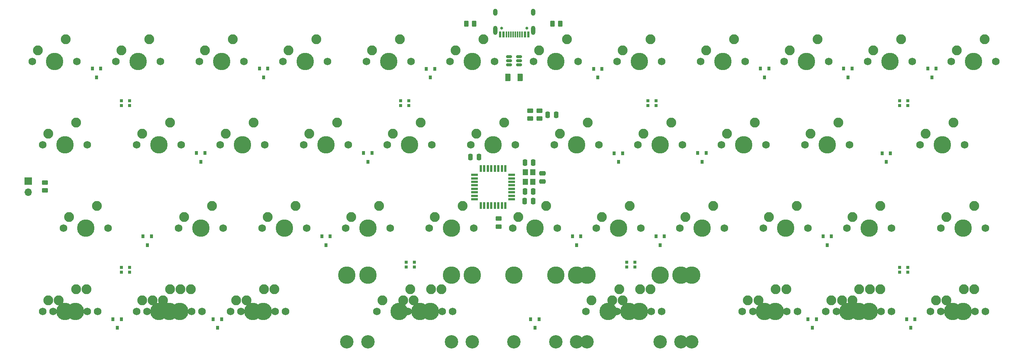
<source format=gbr>
%TF.GenerationSoftware,KiCad,Pcbnew,(6.0.1)*%
%TF.CreationDate,2022-06-07T22:41:37+02:00*%
%TF.ProjectId,dizzy40,64697a7a-7934-4302-9e6b-696361645f70,rev?*%
%TF.SameCoordinates,Original*%
%TF.FileFunction,Soldermask,Bot*%
%TF.FilePolarity,Negative*%
%FSLAX46Y46*%
G04 Gerber Fmt 4.6, Leading zero omitted, Abs format (unit mm)*
G04 Created by KiCad (PCBNEW (6.0.1)) date 2022-06-07 22:41:37*
%MOMM*%
%LPD*%
G01*
G04 APERTURE LIST*
G04 Aperture macros list*
%AMRoundRect*
0 Rectangle with rounded corners*
0 $1 Rounding radius*
0 $2 $3 $4 $5 $6 $7 $8 $9 X,Y pos of 4 corners*
0 Add a 4 corners polygon primitive as box body*
4,1,4,$2,$3,$4,$5,$6,$7,$8,$9,$2,$3,0*
0 Add four circle primitives for the rounded corners*
1,1,$1+$1,$2,$3*
1,1,$1+$1,$4,$5*
1,1,$1+$1,$6,$7*
1,1,$1+$1,$8,$9*
0 Add four rect primitives between the rounded corners*
20,1,$1+$1,$2,$3,$4,$5,0*
20,1,$1+$1,$4,$5,$6,$7,0*
20,1,$1+$1,$6,$7,$8,$9,0*
20,1,$1+$1,$8,$9,$2,$3,0*%
G04 Aperture macros list end*
%ADD10C,3.987800*%
%ADD11C,1.750000*%
%ADD12C,2.250000*%
%ADD13C,3.048000*%
%ADD14RoundRect,0.250000X-0.250000X-0.475000X0.250000X-0.475000X0.250000X0.475000X-0.250000X0.475000X0*%
%ADD15RoundRect,0.250000X-0.262500X-0.450000X0.262500X-0.450000X0.262500X0.450000X-0.262500X0.450000X0*%
%ADD16R,1.600000X0.550000*%
%ADD17R,0.550000X1.600000*%
%ADD18R,0.800000X0.900000*%
%ADD19R,0.700000X0.700000*%
%ADD20RoundRect,0.250000X0.450000X-0.262500X0.450000X0.262500X-0.450000X0.262500X-0.450000X-0.262500X0*%
%ADD21RoundRect,0.150000X0.512500X0.150000X-0.512500X0.150000X-0.512500X-0.150000X0.512500X-0.150000X0*%
%ADD22R,1.200000X1.400000*%
%ADD23RoundRect,0.250000X-0.475000X0.250000X-0.475000X-0.250000X0.475000X-0.250000X0.475000X0.250000X0*%
%ADD24RoundRect,0.250000X0.375000X0.625000X-0.375000X0.625000X-0.375000X-0.625000X0.375000X-0.625000X0*%
%ADD25RoundRect,0.250000X-0.450000X0.262500X-0.450000X-0.262500X0.450000X-0.262500X0.450000X0.262500X0*%
%ADD26RoundRect,0.250000X0.250000X0.475000X-0.250000X0.475000X-0.250000X-0.475000X0.250000X-0.475000X0*%
%ADD27RoundRect,0.250000X0.262500X0.450000X-0.262500X0.450000X-0.262500X-0.450000X0.262500X-0.450000X0*%
%ADD28R,1.700000X1.700000*%
%ADD29O,1.700000X1.700000*%
%ADD30C,0.650000*%
%ADD31R,0.600000X1.450000*%
%ADD32R,0.300000X1.450000*%
%ADD33O,1.000000X2.100000*%
%ADD34O,1.000000X1.600000*%
G04 APERTURE END LIST*
D10*
%TO.C,MX26*%
X114300000Y-107950000D03*
D11*
X119380000Y-107950000D03*
X109220000Y-107950000D03*
D12*
X110490000Y-105410000D03*
X116840000Y-102870000D03*
%TD*%
D10*
%TO.C,MX55*%
X247650000Y-127000000D03*
D11*
X242570000Y-127000000D03*
X252730000Y-127000000D03*
D12*
X243840000Y-124460000D03*
X250190000Y-121920000D03*
%TD*%
D11*
%TO.C,MX5*%
X113982500Y-69850000D03*
X124142500Y-69850000D03*
D10*
X119062500Y-69850000D03*
D12*
X115252500Y-67310000D03*
X121602500Y-64770000D03*
%TD*%
D11*
%TO.C,MX52*%
X209867500Y-127000000D03*
X199707500Y-127000000D03*
D10*
X204787500Y-127000000D03*
D12*
X200977500Y-124460000D03*
X207327500Y-121920000D03*
%TD*%
D10*
%TO.C,MX31*%
X209550000Y-107950000D03*
D11*
X204470000Y-107950000D03*
X214630000Y-107950000D03*
D12*
X205740000Y-105410000D03*
X212090000Y-102870000D03*
%TD*%
D10*
%TO.C,MX3*%
X80962500Y-69850000D03*
D11*
X75882500Y-69850000D03*
X86042500Y-69850000D03*
D12*
X77152500Y-67310000D03*
X83502500Y-64770000D03*
%TD*%
D11*
%TO.C,MX15*%
X109855000Y-88900000D03*
X99695000Y-88900000D03*
D10*
X104775000Y-88900000D03*
D12*
X100965000Y-86360000D03*
X107315000Y-83820000D03*
%TD*%
D11*
%TO.C,MX12*%
X40163750Y-88900000D03*
X50323750Y-88900000D03*
D10*
X45243750Y-88900000D03*
D12*
X41433750Y-86360000D03*
X47783750Y-83820000D03*
%TD*%
D11*
%TO.C,MX32*%
X233680000Y-107950000D03*
D10*
X228600000Y-107950000D03*
D11*
X223520000Y-107950000D03*
D12*
X224790000Y-105410000D03*
X231140000Y-102870000D03*
%TD*%
D11*
%TO.C,MX1*%
X37782500Y-69850000D03*
D10*
X42862500Y-69850000D03*
D11*
X47942500Y-69850000D03*
D12*
X39052500Y-67310000D03*
X45402500Y-64770000D03*
%TD*%
D11*
%TO.C,MX43*%
X247332500Y-69850000D03*
X257492500Y-69850000D03*
D10*
X252412500Y-69850000D03*
D12*
X248602500Y-67310000D03*
X254952500Y-64770000D03*
%TD*%
D11*
%TO.C,MX34*%
X40163750Y-127000000D03*
X50323750Y-127000000D03*
D10*
X45243750Y-127000000D03*
D12*
X41433750Y-124460000D03*
X47783750Y-121920000D03*
%TD*%
D11*
%TO.C,MX2*%
X56832500Y-69850000D03*
D10*
X61912500Y-69850000D03*
D11*
X66992500Y-69850000D03*
D12*
X58102500Y-67310000D03*
X64452500Y-64770000D03*
%TD*%
D10*
%TO.C,MX53*%
X226218750Y-127000000D03*
D11*
X221138750Y-127000000D03*
X231298750Y-127000000D03*
D12*
X222408750Y-124460000D03*
X228758750Y-121920000D03*
%TD*%
D11*
%TO.C,MX25*%
X100330000Y-107950000D03*
D10*
X95250000Y-107950000D03*
D11*
X90170000Y-107950000D03*
D12*
X91440000Y-105410000D03*
X97790000Y-102870000D03*
%TD*%
D10*
%TO.C,MX54*%
X223837500Y-127000000D03*
D11*
X228917500Y-127000000D03*
X218757500Y-127000000D03*
D12*
X220027500Y-124460000D03*
X226377500Y-121920000D03*
%TD*%
D11*
%TO.C,MX50*%
X76517500Y-127000000D03*
D10*
X71437500Y-127000000D03*
D11*
X66357500Y-127000000D03*
D12*
X67627500Y-124460000D03*
X73977500Y-121920000D03*
%TD*%
D11*
%TO.C,MX49*%
X63976250Y-127000000D03*
D10*
X69056250Y-127000000D03*
D11*
X74136250Y-127000000D03*
D12*
X65246250Y-124460000D03*
X71596250Y-121920000D03*
%TD*%
D10*
%TO.C,MX22*%
X245268750Y-88900000D03*
D11*
X250348750Y-88900000D03*
X240188750Y-88900000D03*
D12*
X241458750Y-86360000D03*
X247808750Y-83820000D03*
%TD*%
D10*
%TO.C,MX39*%
X188118750Y-118745000D03*
D11*
X171132500Y-127000000D03*
D10*
X164306250Y-118745000D03*
D13*
X188118750Y-133985000D03*
D11*
X181292500Y-127000000D03*
D10*
X176212500Y-127000000D03*
D13*
X164306250Y-133985000D03*
D12*
X172402500Y-124460000D03*
X178752500Y-121920000D03*
%TD*%
D10*
%TO.C,MX19*%
X180975000Y-88900000D03*
D11*
X186055000Y-88900000D03*
X175895000Y-88900000D03*
D12*
X177165000Y-86360000D03*
X183515000Y-83820000D03*
%TD*%
D11*
%TO.C,MX7*%
X162242500Y-69850000D03*
D10*
X157162500Y-69850000D03*
D11*
X152082500Y-69850000D03*
D12*
X153352500Y-67310000D03*
X159702500Y-64770000D03*
%TD*%
D11*
%TO.C,MX20*%
X194945000Y-88900000D03*
X205105000Y-88900000D03*
D10*
X200025000Y-88900000D03*
D12*
X196215000Y-86360000D03*
X202565000Y-83820000D03*
%TD*%
D11*
%TO.C,MX48*%
X42545000Y-127000000D03*
D10*
X47625000Y-127000000D03*
D11*
X52705000Y-127000000D03*
D12*
X43815000Y-124460000D03*
X50165000Y-121920000D03*
%TD*%
D11*
%TO.C,MX18*%
X156845000Y-88900000D03*
X167005000Y-88900000D03*
D10*
X161925000Y-88900000D03*
D12*
X158115000Y-86360000D03*
X164465000Y-83820000D03*
%TD*%
D11*
%TO.C,MX17*%
X137795000Y-88900000D03*
D10*
X142875000Y-88900000D03*
D11*
X147955000Y-88900000D03*
D12*
X139065000Y-86360000D03*
X145415000Y-83820000D03*
%TD*%
D10*
%TO.C,MX40*%
X207168750Y-127000000D03*
D11*
X212248750Y-127000000D03*
X202088750Y-127000000D03*
D12*
X203358750Y-124460000D03*
X209708750Y-121920000D03*
%TD*%
D11*
%TO.C,MX36*%
X83026250Y-127000000D03*
D10*
X88106250Y-127000000D03*
D11*
X93186250Y-127000000D03*
D12*
X84296250Y-124460000D03*
X90646250Y-121920000D03*
%TD*%
D11*
%TO.C,MX51*%
X85407500Y-127000000D03*
D10*
X90487500Y-127000000D03*
D11*
X95567500Y-127000000D03*
D12*
X86677500Y-124460000D03*
X93027500Y-121920000D03*
%TD*%
D11*
%TO.C,MX27*%
X128270000Y-107950000D03*
D10*
X133350000Y-107950000D03*
D11*
X138430000Y-107950000D03*
D12*
X129540000Y-105410000D03*
X135890000Y-102870000D03*
%TD*%
D11*
%TO.C,MX41*%
X223520000Y-127000000D03*
D10*
X228600000Y-127000000D03*
D11*
X233680000Y-127000000D03*
D12*
X224790000Y-124460000D03*
X231140000Y-121920000D03*
%TD*%
D13*
%TO.C,MX37*%
X147637500Y-133985000D03*
D10*
X128587500Y-127000000D03*
X109537500Y-118745000D03*
D11*
X133667500Y-127000000D03*
D10*
X147637500Y-118745000D03*
D13*
X109537500Y-133985000D03*
D11*
X123507500Y-127000000D03*
D12*
X124777500Y-124460000D03*
X131127500Y-121920000D03*
%TD*%
D10*
%TO.C,MX46*%
X121443750Y-127000000D03*
D11*
X116363750Y-127000000D03*
D13*
X133350000Y-133985000D03*
D11*
X126523750Y-127000000D03*
D13*
X109537500Y-133985000D03*
D10*
X133350000Y-118745000D03*
X109537500Y-118745000D03*
D12*
X117633750Y-124460000D03*
X123983750Y-121920000D03*
%TD*%
D11*
%TO.C,MX14*%
X80645000Y-88900000D03*
D10*
X85725000Y-88900000D03*
D11*
X90805000Y-88900000D03*
D12*
X81915000Y-86360000D03*
X88265000Y-83820000D03*
%TD*%
D11*
%TO.C,MX10*%
X219392500Y-69850000D03*
X209232500Y-69850000D03*
D10*
X214312500Y-69850000D03*
D12*
X210502500Y-67310000D03*
X216852500Y-64770000D03*
%TD*%
D10*
%TO.C,MX4*%
X100012500Y-69850000D03*
D11*
X94932500Y-69850000D03*
X105092500Y-69850000D03*
D12*
X96202500Y-67310000D03*
X102552500Y-64770000D03*
%TD*%
D10*
%TO.C,MX45*%
X161925000Y-118745000D03*
D11*
X168751250Y-127000000D03*
X178911250Y-127000000D03*
D10*
X173831250Y-127000000D03*
D13*
X185737500Y-133985000D03*
X161925000Y-133985000D03*
D10*
X185737500Y-118745000D03*
D12*
X170021250Y-124460000D03*
X176371250Y-121920000D03*
%TD*%
D10*
%TO.C,MX33*%
X250031250Y-107950000D03*
D11*
X255111250Y-107950000D03*
X244951250Y-107950000D03*
D12*
X246221250Y-105410000D03*
X252571250Y-102870000D03*
%TD*%
D11*
%TO.C,MX21*%
X213995000Y-88900000D03*
X224155000Y-88900000D03*
D10*
X219075000Y-88900000D03*
D12*
X215265000Y-86360000D03*
X221615000Y-83820000D03*
%TD*%
D10*
%TO.C,MX6*%
X138112500Y-69850000D03*
D11*
X133032500Y-69850000D03*
X143192500Y-69850000D03*
D12*
X134302500Y-67310000D03*
X140652500Y-64770000D03*
%TD*%
D10*
%TO.C,MX23*%
X50006250Y-107950000D03*
D11*
X44926250Y-107950000D03*
X55086250Y-107950000D03*
D12*
X46196250Y-105410000D03*
X52546250Y-102870000D03*
%TD*%
D11*
%TO.C,MX28*%
X147320000Y-107950000D03*
X157480000Y-107950000D03*
D10*
X152400000Y-107950000D03*
D12*
X148590000Y-105410000D03*
X154940000Y-102870000D03*
%TD*%
D10*
%TO.C,MX47*%
X157162500Y-118745000D03*
D13*
X180975000Y-133985000D03*
D11*
X174148750Y-127000000D03*
D10*
X169068750Y-127000000D03*
D11*
X163988750Y-127000000D03*
D13*
X157162500Y-133985000D03*
D10*
X180975000Y-118745000D03*
D12*
X165258750Y-124460000D03*
X171608750Y-121920000D03*
%TD*%
D11*
%TO.C,MX29*%
X176530000Y-107950000D03*
X166370000Y-107950000D03*
D10*
X171450000Y-107950000D03*
D12*
X167640000Y-105410000D03*
X173990000Y-102870000D03*
%TD*%
D11*
%TO.C,MX30*%
X195580000Y-107950000D03*
X185420000Y-107950000D03*
D10*
X190500000Y-107950000D03*
D12*
X186690000Y-105410000D03*
X193040000Y-102870000D03*
%TD*%
D10*
%TO.C,MX9*%
X195262500Y-69850000D03*
D11*
X200342500Y-69850000D03*
X190182500Y-69850000D03*
D12*
X191452500Y-67310000D03*
X197802500Y-64770000D03*
%TD*%
D10*
%TO.C,MX44*%
X126206250Y-127000000D03*
D13*
X138112500Y-133985000D03*
D11*
X131286250Y-127000000D03*
D10*
X138112500Y-118745000D03*
X114300000Y-118745000D03*
D11*
X121126250Y-127000000D03*
D13*
X114300000Y-133985000D03*
D12*
X122396250Y-124460000D03*
X128746250Y-121920000D03*
%TD*%
D11*
%TO.C,MX16*%
X118745000Y-88900000D03*
X128905000Y-88900000D03*
D10*
X123825000Y-88900000D03*
D12*
X120015000Y-86360000D03*
X126365000Y-83820000D03*
%TD*%
D11*
%TO.C,MX24*%
X71120000Y-107950000D03*
X81280000Y-107950000D03*
D10*
X76200000Y-107950000D03*
D12*
X72390000Y-105410000D03*
X78740000Y-102870000D03*
%TD*%
D11*
%TO.C,MX35*%
X61595000Y-127000000D03*
X71755000Y-127000000D03*
D10*
X66675000Y-127000000D03*
D12*
X62865000Y-124460000D03*
X69215000Y-121920000D03*
%TD*%
D11*
%TO.C,MX42*%
X255111250Y-127000000D03*
X244951250Y-127000000D03*
D10*
X250031250Y-127000000D03*
D12*
X246221250Y-124460000D03*
X252571250Y-121920000D03*
%TD*%
D11*
%TO.C,MX11*%
X228282500Y-69850000D03*
X238442500Y-69850000D03*
D10*
X233362500Y-69850000D03*
D12*
X229552500Y-67310000D03*
X235902500Y-64770000D03*
%TD*%
D10*
%TO.C,MX13*%
X66675000Y-88900000D03*
D11*
X71755000Y-88900000D03*
X61595000Y-88900000D03*
D12*
X62865000Y-86360000D03*
X69215000Y-83820000D03*
%TD*%
D11*
%TO.C,MX8*%
X171132500Y-69850000D03*
D10*
X176212500Y-69850000D03*
D11*
X181292500Y-69850000D03*
D12*
X172402500Y-67310000D03*
X178752500Y-64770000D03*
%TD*%
D14*
%TO.C,C2*%
X150080186Y-101825932D03*
X151980186Y-101825932D03*
%TD*%
D15*
%TO.C,R1*%
X136755500Y-61214000D03*
X138580500Y-61214000D03*
%TD*%
D16*
%TO.C,U1*%
X147099292Y-95802800D03*
X147099292Y-96602800D03*
X147099292Y-97402800D03*
X147099292Y-98202800D03*
X147099292Y-99002800D03*
X147099292Y-99802800D03*
X147099292Y-100602800D03*
X147099292Y-101402800D03*
D17*
X145649292Y-102852800D03*
X144849292Y-102852800D03*
X144049292Y-102852800D03*
X143249292Y-102852800D03*
X142449292Y-102852800D03*
X141649292Y-102852800D03*
X140849292Y-102852800D03*
X140049292Y-102852800D03*
D16*
X138599292Y-101402800D03*
X138599292Y-100602800D03*
X138599292Y-99802800D03*
X138599292Y-99002800D03*
X138599292Y-98202800D03*
X138599292Y-97402800D03*
X138599292Y-96602800D03*
X138599292Y-95802800D03*
D17*
X140049292Y-94352800D03*
X140849292Y-94352800D03*
X141649292Y-94352800D03*
X142449292Y-94352800D03*
X143249292Y-94352800D03*
X144049292Y-94352800D03*
X144849292Y-94352800D03*
X145649292Y-94352800D03*
%TD*%
D18*
%TO.C,D6*%
X223774000Y-73517000D03*
X222824000Y-71517000D03*
X224724000Y-71517000D03*
%TD*%
D19*
%TO.C,RGB3*%
X123597000Y-79925000D03*
X121767000Y-79925000D03*
X121767000Y-78825000D03*
X123597000Y-78825000D03*
%TD*%
D18*
%TO.C,D19*%
X57150000Y-130794000D03*
X56200000Y-128794000D03*
X58100000Y-128794000D03*
%TD*%
%TO.C,D2*%
X90551000Y-73517000D03*
X89601000Y-71517000D03*
X91501000Y-71517000D03*
%TD*%
D14*
%TO.C,C3*%
X150134069Y-93007319D03*
X152034069Y-93007319D03*
%TD*%
D18*
%TO.C,D18*%
X219075000Y-111871000D03*
X218125000Y-109871000D03*
X220025000Y-109871000D03*
%TD*%
%TO.C,D11*%
X190500000Y-92821000D03*
X189550000Y-90821000D03*
X191450000Y-90821000D03*
%TD*%
%TO.C,D1*%
X52425600Y-73491600D03*
X51475600Y-71491600D03*
X53375600Y-71491600D03*
%TD*%
D20*
%TO.C,R5*%
X144119600Y-107643300D03*
X144119600Y-105818300D03*
%TD*%
D18*
%TO.C,D9*%
X114300000Y-92821000D03*
X113350000Y-90821000D03*
X115250000Y-90821000D03*
%TD*%
%TO.C,D23*%
X215646000Y-130794000D03*
X214696000Y-128794000D03*
X216596000Y-128794000D03*
%TD*%
%TO.C,D14*%
X64008000Y-111871000D03*
X63058000Y-109871000D03*
X64958000Y-109871000D03*
%TD*%
D19*
%TO.C,RGB7*%
X173329000Y-115782000D03*
X175159000Y-115782000D03*
X175159000Y-116882000D03*
X173329000Y-116882000D03*
%TD*%
%TO.C,RGB6*%
X123037000Y-115782000D03*
X124867000Y-115782000D03*
X124867000Y-116882000D03*
X123037000Y-116882000D03*
%TD*%
D18*
%TO.C,D15*%
X104775000Y-111871000D03*
X103825000Y-109871000D03*
X105725000Y-109871000D03*
%TD*%
%TO.C,D10*%
X171450000Y-92846400D03*
X170500000Y-90846400D03*
X172400000Y-90846400D03*
%TD*%
D21*
%TO.C,U2*%
X148762300Y-68747600D03*
X148762300Y-69697600D03*
X148762300Y-70647600D03*
X146487300Y-70647600D03*
X146487300Y-69697600D03*
X146487300Y-68747600D03*
%TD*%
D19*
%TO.C,RGB1*%
X237389000Y-79925000D03*
X235559000Y-79925000D03*
X235559000Y-78825000D03*
X237389000Y-78825000D03*
%TD*%
D18*
%TO.C,D24*%
X238125000Y-130794000D03*
X237175000Y-128794000D03*
X239075000Y-128794000D03*
%TD*%
%TO.C,D8*%
X76200000Y-92821000D03*
X75250000Y-90821000D03*
X77150000Y-90821000D03*
%TD*%
D22*
%TO.C,X1*%
X151904004Y-95207644D03*
X151904004Y-97407644D03*
X150204004Y-97407644D03*
X150204004Y-95207644D03*
%TD*%
D19*
%TO.C,RGB4*%
X59970000Y-79925000D03*
X58140000Y-79925000D03*
X58140000Y-78825000D03*
X59970000Y-78825000D03*
%TD*%
D23*
%TO.C,C4*%
X154076400Y-95417600D03*
X154076400Y-97317600D03*
%TD*%
D18*
%TO.C,D17*%
X180975000Y-111871000D03*
X180025000Y-109871000D03*
X181925000Y-109871000D03*
%TD*%
D19*
%TO.C,RGB8*%
X235559000Y-116925000D03*
X237389000Y-116925000D03*
X237389000Y-118025000D03*
X235559000Y-118025000D03*
%TD*%
D18*
%TO.C,D16*%
X161925000Y-111871000D03*
X160975000Y-109871000D03*
X162875000Y-109871000D03*
%TD*%
%TO.C,D3*%
X128574800Y-73542400D03*
X127624800Y-71542400D03*
X129524800Y-71542400D03*
%TD*%
D20*
%TO.C,R6*%
X40640000Y-99362900D03*
X40640000Y-97537900D03*
%TD*%
D19*
%TO.C,RGB2*%
X179985000Y-79925000D03*
X178155000Y-79925000D03*
X178155000Y-78825000D03*
X179985000Y-78825000D03*
%TD*%
D24*
%TO.C,F1*%
X149024800Y-73507600D03*
X146224800Y-73507600D03*
%TD*%
D18*
%TO.C,D12*%
X232511600Y-92846400D03*
X231561600Y-90846400D03*
X233461600Y-90846400D03*
%TD*%
D25*
%TO.C,R3*%
X151333200Y-81129500D03*
X151333200Y-82954500D03*
%TD*%
D26*
%TO.C,C6*%
X139634000Y-91694000D03*
X137734000Y-91694000D03*
%TD*%
D14*
%TO.C,C5*%
X150116108Y-99634747D03*
X152016108Y-99634747D03*
%TD*%
%TO.C,C1*%
X155310800Y-82042000D03*
X157210800Y-82042000D03*
%TD*%
D25*
%TO.C,R4*%
X153466800Y-81129500D03*
X153466800Y-82954500D03*
%TD*%
D18*
%TO.C,D20*%
X80010000Y-130794000D03*
X79060000Y-128794000D03*
X80960000Y-128794000D03*
%TD*%
D27*
%TO.C,R2*%
X158189300Y-61214000D03*
X156364300Y-61214000D03*
%TD*%
D19*
%TO.C,RGB5*%
X58140000Y-116925000D03*
X59970000Y-116925000D03*
X59970000Y-118025000D03*
X58140000Y-118025000D03*
%TD*%
D18*
%TO.C,D4*%
X166725600Y-73542400D03*
X165775600Y-71542400D03*
X167675600Y-71542400D03*
%TD*%
D28*
%TO.C,RESET*%
X36830000Y-97226200D03*
D29*
X36830000Y-99766200D03*
%TD*%
D18*
%TO.C,D5*%
X204774800Y-73517000D03*
X203824800Y-71517000D03*
X205724800Y-71517000D03*
%TD*%
D30*
%TO.C,USB1*%
X144785600Y-62239200D03*
X150565600Y-62239200D03*
D31*
X144425600Y-63684200D03*
X145225600Y-63684200D03*
D32*
X146425600Y-63684200D03*
X147425600Y-63684200D03*
X147925600Y-63684200D03*
X148925600Y-63684200D03*
D31*
X150125600Y-63684200D03*
X150925600Y-63684200D03*
X150925600Y-63684200D03*
X150125600Y-63684200D03*
D32*
X149425600Y-63684200D03*
X148425600Y-63684200D03*
X146925600Y-63684200D03*
X145925600Y-63684200D03*
D31*
X145225600Y-63684200D03*
X144425600Y-63684200D03*
D33*
X151995600Y-62769200D03*
D34*
X151995600Y-58589200D03*
D33*
X143355600Y-62769200D03*
D34*
X143355600Y-58589200D03*
%TD*%
D18*
%TO.C,D22*%
X152400000Y-130794000D03*
X151450000Y-128794000D03*
X153350000Y-128794000D03*
%TD*%
%TO.C,D25*%
X242951000Y-73491600D03*
X242001000Y-71491600D03*
X243901000Y-71491600D03*
%TD*%
M02*

</source>
